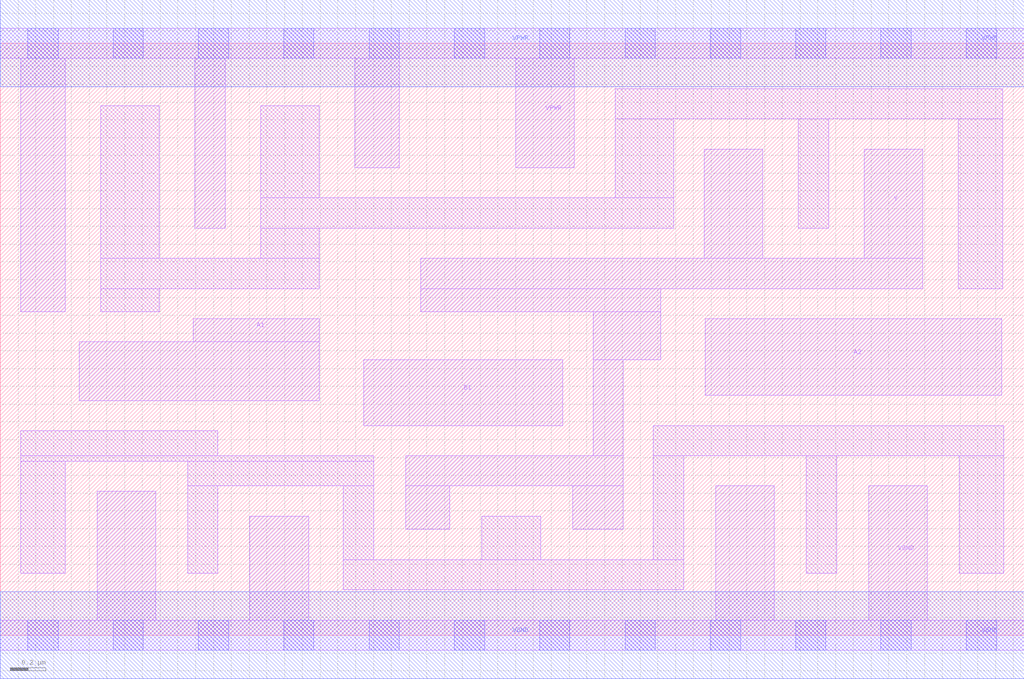
<source format=lef>
# Copyright 2020 The SkyWater PDK Authors
#
# Licensed under the Apache License, Version 2.0 (the "License");
# you may not use this file except in compliance with the License.
# You may obtain a copy of the License at
#
#     https://www.apache.org/licenses/LICENSE-2.0
#
# Unless required by applicable law or agreed to in writing, software
# distributed under the License is distributed on an "AS IS" BASIS,
# WITHOUT WARRANTIES OR CONDITIONS OF ANY KIND, either express or implied.
# See the License for the specific language governing permissions and
# limitations under the License.
#
# SPDX-License-Identifier: Apache-2.0

VERSION 5.7 ;
  NAMESCASESENSITIVE ON ;
  NOWIREEXTENSIONATPIN ON ;
  DIVIDERCHAR "/" ;
  BUSBITCHARS "[]" ;
UNITS
  DATABASE MICRONS 200 ;
END UNITS
MACRO sky130_fd_sc_ms__o21ai_4
  CLASS CORE ;
  SOURCE USER ;
  FOREIGN sky130_fd_sc_ms__o21ai_4 ;
  ORIGIN  0.000000  0.000000 ;
  SIZE  5.760000 BY  3.330000 ;
  SYMMETRY X Y ;
  SITE unit ;
  PIN A1
    ANTENNAGATEAREA  1.250400 ;
    DIRECTION INPUT ;
    USE SIGNAL ;
    PORT
      LAYER li1 ;
        RECT 0.445000 1.320000 1.795000 1.650000 ;
        RECT 1.085000 1.650000 1.795000 1.780000 ;
    END
  END A1
  PIN A2
    ANTENNAGATEAREA  1.250400 ;
    DIRECTION INPUT ;
    USE SIGNAL ;
    PORT
      LAYER li1 ;
        RECT 3.965000 1.350000 5.635000 1.780000 ;
    END
  END A2
  PIN B1
    ANTENNAGATEAREA  0.847200 ;
    DIRECTION INPUT ;
    USE SIGNAL ;
    PORT
      LAYER li1 ;
        RECT 2.045000 1.180000 3.165000 1.550000 ;
    END
  END B1
  PIN Y
    ANTENNADIFFAREA  1.377600 ;
    DIRECTION OUTPUT ;
    USE SIGNAL ;
    PORT
      LAYER li1 ;
        RECT 2.280000 0.595000 2.530000 0.840000 ;
        RECT 2.280000 0.840000 3.505000 1.010000 ;
        RECT 2.365000 1.820000 3.715000 1.950000 ;
        RECT 2.365000 1.950000 5.190000 2.120000 ;
        RECT 3.220000 0.595000 3.505000 0.840000 ;
        RECT 3.335000 1.010000 3.505000 1.550000 ;
        RECT 3.335000 1.550000 3.715000 1.820000 ;
        RECT 3.960000 2.120000 4.290000 2.735000 ;
        RECT 4.860000 2.120000 5.190000 2.735000 ;
    END
  END Y
  PIN VGND
    DIRECTION INOUT ;
    USE GROUND ;
    PORT
      LAYER li1 ;
        RECT 0.000000 -0.085000 5.760000 0.085000 ;
        RECT 0.545000  0.085000 0.875000 0.810000 ;
        RECT 1.405000  0.085000 1.735000 0.670000 ;
        RECT 4.025000  0.085000 4.355000 0.840000 ;
        RECT 4.885000  0.085000 5.215000 0.840000 ;
      LAYER mcon ;
        RECT 0.155000 -0.085000 0.325000 0.085000 ;
        RECT 0.635000 -0.085000 0.805000 0.085000 ;
        RECT 1.115000 -0.085000 1.285000 0.085000 ;
        RECT 1.595000 -0.085000 1.765000 0.085000 ;
        RECT 2.075000 -0.085000 2.245000 0.085000 ;
        RECT 2.555000 -0.085000 2.725000 0.085000 ;
        RECT 3.035000 -0.085000 3.205000 0.085000 ;
        RECT 3.515000 -0.085000 3.685000 0.085000 ;
        RECT 3.995000 -0.085000 4.165000 0.085000 ;
        RECT 4.475000 -0.085000 4.645000 0.085000 ;
        RECT 4.955000 -0.085000 5.125000 0.085000 ;
        RECT 5.435000 -0.085000 5.605000 0.085000 ;
      LAYER met1 ;
        RECT 0.000000 -0.245000 5.760000 0.245000 ;
    END
  END VGND
  PIN VPWR
    DIRECTION INOUT ;
    USE POWER ;
    PORT
      LAYER li1 ;
        RECT 0.000000 3.245000 5.760000 3.415000 ;
        RECT 0.115000 1.820000 0.365000 3.245000 ;
        RECT 1.095000 2.290000 1.265000 3.245000 ;
        RECT 1.995000 2.630000 2.245000 3.245000 ;
        RECT 2.900000 2.630000 3.230000 3.245000 ;
      LAYER mcon ;
        RECT 0.155000 3.245000 0.325000 3.415000 ;
        RECT 0.635000 3.245000 0.805000 3.415000 ;
        RECT 1.115000 3.245000 1.285000 3.415000 ;
        RECT 1.595000 3.245000 1.765000 3.415000 ;
        RECT 2.075000 3.245000 2.245000 3.415000 ;
        RECT 2.555000 3.245000 2.725000 3.415000 ;
        RECT 3.035000 3.245000 3.205000 3.415000 ;
        RECT 3.515000 3.245000 3.685000 3.415000 ;
        RECT 3.995000 3.245000 4.165000 3.415000 ;
        RECT 4.475000 3.245000 4.645000 3.415000 ;
        RECT 4.955000 3.245000 5.125000 3.415000 ;
        RECT 5.435000 3.245000 5.605000 3.415000 ;
      LAYER met1 ;
        RECT 0.000000 3.085000 5.760000 3.575000 ;
    END
  END VPWR
  OBS
    LAYER li1 ;
      RECT 0.115000 0.350000 0.365000 0.980000 ;
      RECT 0.115000 0.980000 2.100000 1.010000 ;
      RECT 0.115000 1.010000 1.225000 1.150000 ;
      RECT 0.565000 1.820000 0.895000 1.950000 ;
      RECT 0.565000 1.950000 1.795000 2.120000 ;
      RECT 0.565000 2.120000 0.895000 2.980000 ;
      RECT 1.055000 0.350000 1.225000 0.840000 ;
      RECT 1.055000 0.840000 2.100000 0.980000 ;
      RECT 1.465000 2.120000 1.795000 2.290000 ;
      RECT 1.465000 2.290000 3.790000 2.460000 ;
      RECT 1.465000 2.460000 1.795000 2.980000 ;
      RECT 1.930000 0.255000 3.845000 0.425000 ;
      RECT 1.930000 0.425000 2.100000 0.840000 ;
      RECT 2.710000 0.425000 3.040000 0.670000 ;
      RECT 3.460000 2.460000 3.790000 2.905000 ;
      RECT 3.460000 2.905000 5.640000 3.075000 ;
      RECT 3.675000 0.425000 3.845000 1.010000 ;
      RECT 3.675000 1.010000 5.645000 1.180000 ;
      RECT 4.490000 2.290000 4.660000 2.905000 ;
      RECT 4.535000 0.350000 4.705000 1.010000 ;
      RECT 5.390000 1.950000 5.640000 2.905000 ;
      RECT 5.395000 0.350000 5.645000 1.010000 ;
  END
END sky130_fd_sc_ms__o21ai_4

</source>
